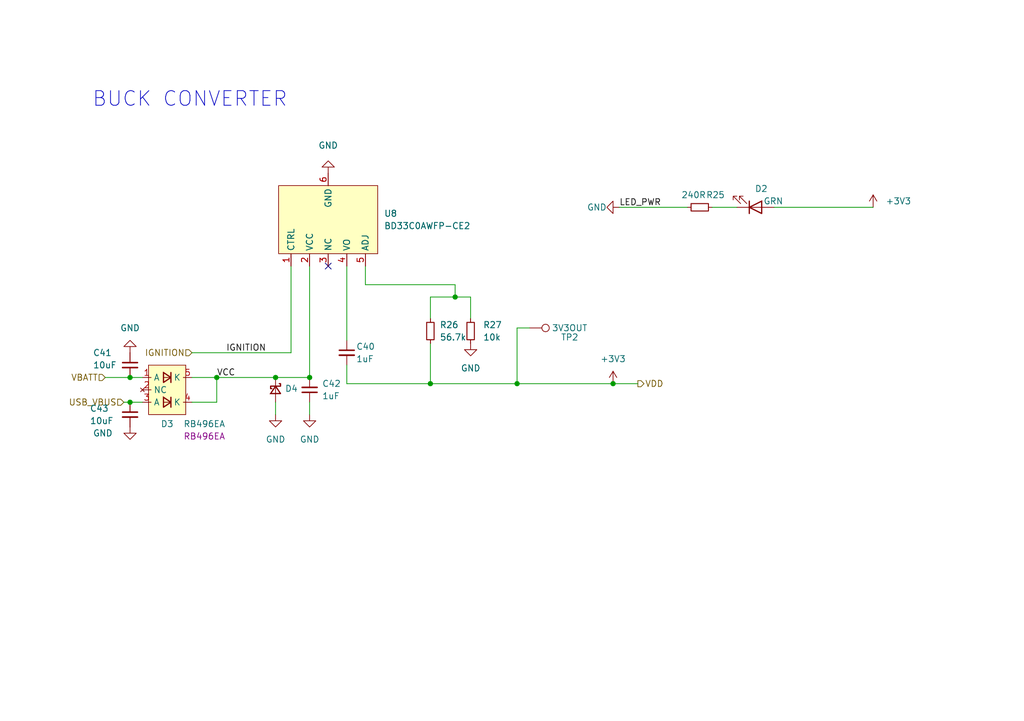
<source format=kicad_sch>
(kicad_sch (version 20211123) (generator eeschema)
  (paper "A5")
  (title_block (title "CAN RGB Controller") (date "2022-05-30") (rev "C") (company "cone.codes") (comment 1 "https://github.com/miata-bot/can-link"))
  (lib_symbols
    (symbol "ConeCodes:BD33C0AWFP-CE2"
      (property "Reference" "U" (at 12.7 8.89 0))
      (property "Value" "BD33C0AWFP-CE2" (at 12.7 11.43 0))
      (symbol "BD33C0AWFP-CE2_0_0"
        (pin input line (at -7.62 -7.62 90) (length 2.54) (name "CTRL") (number "1"))
        (pin power_in line (at -3.81 -7.62 90) (length 2.54) (name "VCC") (number "2"))
        (pin input line (at 0 -7.62 90) (length 2.54) (name "NC") (number "3"))
        (pin power_out line (at 3.81 -7.62 90) (length 2.54) (name "VO") (number "4"))
        (pin input line (at 7.62 -7.62 90) (length 2.54) (name "ADJ") (number "5"))
        (pin power_in line (at 0 11.43 270) (length 2.54) (name "GND") (number "6"))
      )
      (symbol "BD33C0AWFP-CE2_0_1"
        (rectangle (start -10.16 8.89) (end 10.16 -5.08) (fill (type background)))
      )
    )
    (symbol "ConeCodes:RB496EA"
      (property "Reference" "D" (at 3.81 -1.27 0))
      (property "Value" "RB496EA" (at -1.27 -1.27 0))
      (property "MPN" "RB496EA" (at -1.27 -1.27 0))
      (symbol "RB496EA_0_1"
        (rectangle (start -3.81 -2.54) (end 3.81 -12.7) (fill (type background)))
        (polyline (pts (xy 0.762 -10.16) (xy -0.762 -10.16)))
        (polyline (pts (xy 0.762 -9.144) (xy 0.762 -11.176)) (stroke (width 0.254)))
        (polyline (pts (xy 0.762 -5.08) (xy -0.762 -5.08)))
        (polyline (pts (xy 0.762 -4.064) (xy 0.762 -6.096)) (stroke (width 0.254)))
        (polyline (pts (xy -0.762 -9.144) (xy 0.762 -10.16) (xy -0.762 -11.176) (xy -0.762 -9.144)) (stroke (width 0.254)))
        (polyline (pts (xy -0.762 -4.064) (xy 0.762 -5.08) (xy -0.762 -6.096) (xy -0.762 -4.064)) (stroke (width 0.254)))
      )
      (symbol "RB496EA_1_1"
        (pin passive line (at -5.08 -5.08 0) (length 1.778) (name "A") (number "1"))
        (pin no_connect line (at -5.08 -7.62 0) (length 1.778) (name "NC") (number "2"))
        (pin passive line (at -5.08 -10.16 0) (length 1.778) (name "A") (number "3"))
        (pin passive line (at 5.08 -10.16 180) (length 1.778) (name "K") (number "4"))
        (pin passive line (at 5.08 -5.08 180) (length 1.778) (name "K") (number "5"))
      )
    )
    (symbol "Connector:TestPoint" (pin_numbers hide) (pin_names (offset 0.762) hide)
      (property "Reference" "TP" (at 0 6.858 0))
      (property "Value" "TestPoint" (at 0 5.08 0))
      (symbol "TestPoint_0_1"
        (circle (center 0 3.302) (radius 0.762))
      )
      (symbol "TestPoint_1_1"
        (pin passive line (at 0 0 90) (length 2.54) (name "1") (number "1"))
      )
    )
    (symbol "Device:C_Small" (pin_numbers hide) (pin_names (offset 0.254) hide)
      (property "Reference" "C" (at 0.254 1.778 0))
      (property "Value" "C_Small" (at 0.254 -2.032 0))
      (symbol "C_Small_0_1"
        (polyline (pts (xy -1.524 -0.508) (xy 1.524 -0.508)) (stroke (width 0.3302)))
        (polyline (pts (xy -1.524 0.508) (xy 1.524 0.508)) (stroke (width 0.3048)))
      )
      (symbol "C_Small_1_1"
        (pin passive line (at 0 2.54 270) (length 2.032) (name "~") (number "1"))
        (pin passive line (at 0 -2.54 90) (length 2.032) (name "~") (number "2"))
      )
    )
    (symbol "Device:D_Schottky_Small" (pin_numbers hide) (pin_names (offset 0.254) hide)
      (property "Reference" "D" (at -1.27 2.032 0))
      (property "Value" "D_Schottky_Small" (at -7.112 -2.032 0))
      (symbol "D_Schottky_Small_0_1"
        (polyline (pts (xy -0.762 0) (xy 0.762 0)))
        (polyline (pts (xy 0.762 -1.016) (xy -0.762 0) (xy 0.762 1.016) (xy 0.762 -1.016)) (stroke (width 0.254)))
        (polyline (pts (xy -1.27 0.762) (xy -1.27 1.016) (xy -0.762 1.016) (xy -0.762 -1.016) (xy -0.254 -1.016) (xy -0.254 -0.762)) (stroke (width 0.254)))
      )
      (symbol "D_Schottky_Small_1_1"
        (pin passive line (at -2.54 0 0) (length 1.778) (name "K") (number "1"))
        (pin passive line (at 2.54 0 180) (length 1.778) (name "A") (number "2"))
      )
    )
    (symbol "Device:LED" (pin_numbers hide) (pin_names (offset 1.016) hide)
      (property "Reference" "D" (at 0 2.54 0))
      (property "Value" "LED" (at 0 -2.54 0))
      (symbol "LED_0_1"
        (polyline (pts (xy -1.27 -1.27) (xy -1.27 1.27)) (stroke (width 0.254)))
        (polyline (pts (xy -1.27 0) (xy 1.27 0)))
        (polyline (pts (xy 1.27 -1.27) (xy 1.27 1.27) (xy -1.27 0) (xy 1.27 -1.27)) (stroke (width 0.254)))
        (polyline (pts (xy -3.048 -0.762) (xy -4.572 -2.286) (xy -3.81 -2.286) (xy -4.572 -2.286) (xy -4.572 -1.524)))
        (polyline (pts (xy -1.778 -0.762) (xy -3.302 -2.286) (xy -2.54 -2.286) (xy -3.302 -2.286) (xy -3.302 -1.524)))
      )
      (symbol "LED_1_1"
        (pin passive line (at -3.81 0 0) (length 2.54) (name "K") (number "1"))
        (pin passive line (at 3.81 0 180) (length 2.54) (name "A") (number "2"))
      )
    )
    (symbol "Device:R_Small" (pin_numbers hide) (pin_names (offset 0.254) hide)
      (property "Reference" "R" (at 0.762 0.508 0))
      (property "Value" "R_Small" (at 0.762 -1.016 0))
      (symbol "R_Small_0_1"
        (rectangle (start -0.762 1.778) (end 0.762 -1.778) (stroke (width 0.2032)))
      )
      (symbol "R_Small_1_1"
        (pin passive line (at 0 2.54 270) (length 0.762) (name "~") (number "1"))
        (pin passive line (at 0 -2.54 90) (length 0.762) (name "~") (number "2"))
      )
    )
    (symbol "power:+3V3" (power) (pin_names (offset 0))
      (property "Value" "+3V3" (at 0 3.556 0))
      (symbol "+3V3_0_1"
        (polyline (pts (xy -0.762 1.27) (xy 0 2.54)))
        (polyline (pts (xy 0 0) (xy 0 2.54)))
        (polyline (pts (xy 0 2.54) (xy 0.762 1.27)))
      )
      (symbol "+3V3_1_1"
        (pin power_in line (at 0 0 90) (length 0) hide (name "+3V3") (number "1"))
      )
    )
    (symbol "power:GND" (power) (pin_names (offset 0))
      (property "Value" "GND" (at 0 -3.81 0))
      (symbol "GND_0_1"
        (polyline (pts (xy 0 0) (xy 0 -1.27) (xy 1.27 -1.27) (xy 0 -2.54) (xy -1.27 -1.27) (xy 0 -1.27)))
      )
      (symbol "GND_1_1"
        (pin power_in line (at 0 0 270) (length 0) hide (name "GND") (number "1"))
      )
    )
  )
  (junction (at 106.045 78.74))
  (junction (at 125.73 78.74))
  (junction (at 44.45 77.47))
  (junction (at 93.345 60.96))
  (junction (at 63.5 77.47))
  (junction (at 56.515 77.47))
  (junction (at 88.265 78.74))
  (junction (at 26.67 77.47))
  (junction (at 26.67 82.55))
  (no_connect (at 67.31 54.61))
  (wire (pts (xy 93.345 58.42) (xy 74.93 58.42)))
  (wire (pts (xy 56.515 77.47) (xy 63.5 77.47)))
  (wire (pts (xy 146.05 42.545) (xy 151.13 42.545)))
  (wire (pts (xy 71.12 78.74) (xy 71.12 74.93)))
  (wire (pts (xy 21.59 77.47) (xy 26.67 77.47)))
  (wire (pts (xy 108.585 67.31) (xy 106.045 67.31)))
  (wire (pts (xy 88.265 60.96) (xy 93.345 60.96)))
  (wire (pts (xy 63.5 54.61) (xy 63.5 77.47)))
  (wire (pts (xy 96.52 60.96) (xy 96.52 65.405)))
  (wire (pts (xy 71.12 54.61) (xy 71.12 69.85)))
  (wire (pts (xy 127 42.545) (xy 140.97 42.545)))
  (wire (pts (xy 44.45 82.55) (xy 44.45 77.47)))
  (wire (pts (xy 71.12 78.74) (xy 88.265 78.74)))
  (wire (pts (xy 93.345 60.96) (xy 93.345 58.42)))
  (wire (pts (xy 39.37 77.47) (xy 44.45 77.47)))
  (wire (pts (xy 26.67 82.55) (xy 29.21 82.55)))
  (wire (pts (xy 106.045 67.31) (xy 106.045 78.74)))
  (wire (pts (xy 39.37 72.39) (xy 59.69 72.39)))
  (wire (pts (xy 44.45 77.47) (xy 56.515 77.47)))
  (wire (pts (xy 125.73 78.74) (xy 130.81 78.74)))
  (wire (pts (xy 25.4 82.55) (xy 26.67 82.55)))
  (wire (pts (xy 39.37 82.55) (xy 44.45 82.55)))
  (wire (pts (xy 93.345 60.96) (xy 96.52 60.96)))
  (wire (pts (xy 88.265 65.405) (xy 88.265 60.96)))
  (wire (pts (xy 59.69 54.61) (xy 59.69 72.39)))
  (wire (pts (xy 56.515 82.55) (xy 56.515 85.09)))
  (wire (pts (xy 74.93 54.61) (xy 74.93 58.42)))
  (wire (pts (xy 106.045 78.74) (xy 125.73 78.74)))
  (wire (pts (xy 63.5 85.09) (xy 63.5 82.55)))
  (wire (pts (xy 88.265 78.74) (xy 106.045 78.74)))
  (wire (pts (xy 26.67 77.47) (xy 29.21 77.47)))
  (wire (pts (xy 158.75 42.545) (xy 179.07 42.545)))
  (wire (pts (xy 88.265 70.485) (xy 88.265 78.74)))
  (text "BUCK CONVERTER" (at 59.055 22.225 180) (effects (font (size 3 3)) (justify right bottom)))
  (label "VCC" (at 44.45 77.47 0))
  (label "IGNITION" (at 46.355 72.39 0))
  (label "LED_PWR" (at 127 42.545 0))
  (hierarchical_label "IGNITION" (shape input) (at 39.37 72.39 180))
  (hierarchical_label "USB_VBUS" (shape input) (at 25.4 82.55 180))
  (hierarchical_label "VDD" (shape output) (at 130.81 78.74 0))
  (hierarchical_label "VBATT" (shape input) (at 21.59 77.47 180))
  (symbol (lib_id "power:GND") (at 96.52 70.485 0) (unit 1)
    (property "Reference" "#PWR060" (effects hide))
    (property "Value" "GND" (at 96.52 75.565 0))
  )
  (symbol (lib_id "power:GND") (at 26.67 87.63 0) (unit 1)
    (property "Reference" "#PWR065" (effects hide))
    (property "Value" "GND" (at 19.05 88.8999 0) (effects (justify left)))
  )
  (symbol (lib_id "power:GND") (at 26.67 72.39 180) (unit 1)
    (property "Reference" "#PWR061" (effects hide))
    (property "Value" "GND" (at 26.67 67.31 0))
  )
  (symbol (lib_id "power:+3V3") (at 125.73 78.74 0) (unit 1)
    (property "Reference" "#PWR062" (effects hide))
    (property "Value" "+3V3" (at 125.73 73.66 0))
  )
  (symbol (lib_id "power:GND") (at 127 42.545 270) (unit 1)
    (property "Reference" "#PWR058" (effects hide))
    (property "Value" "GND" (at 124.46 42.5449 90) (effects (justify right)))
  )
  (symbol (lib_id "Device:C_Small") (at 63.5 80.01 180) (unit 1)
    (property "Reference" "C42" (at 66.04 78.7335 0) (effects (justify right)))
    (property "Value" "1uF" (at 66.04 81.2735 0) (effects (justify right)))
    (property "Footprint" "Capacitor_SMD:C_0805_2012Metric" (effects hide))
  )
  (symbol (lib_id "power:GND") (at 56.515 85.09 0) (unit 1)
    (property "Reference" "#PWR063" (effects hide))
    (property "Value" "GND" (at 56.515 90.17 0))
  )
  (symbol (lib_id "Device:C_Small") (at 26.67 74.93 0) (unit 1)
    (property "Reference" "C41" (at 19.05 72.3962 0) (effects (justify left)))
    (property "Value" "10uF" (at 19.05 74.9362 0) (effects (justify left)))
    (property "Footprint" "Capacitor_SMD:C_0805_2012Metric" (effects hide))
    (property "Description" "CAP CER 10UF 10V 0805" (effects hide))
    (property "MPN" "GRT21BC81A106KE01L" (effects hide))
  )
  (symbol (lib_id "Connector:TestPoint") (at 108.585 67.31 270) (unit 1)
    (property "Reference" "TP2" (at 116.84 69.215 90))
    (property "Value" "3V3OUT" (at 116.84 67.31 90))
    (property "Footprint" "TestPoint:TestPoint_Pad_D1.0mm" (effects hide))
  )
  (symbol (lib_id "Device:R_Small") (at 88.265 67.945 0) (unit 1)
    (property "Reference" "R26" (at 90.17 66.6749 0) (effects (justify left)))
    (property "Value" "56.7k" (at 90.17 69.2149 0) (effects (justify left)))
    (property "Footprint" "Resistor_SMD:R_0805_2012Metric" (effects hide))
  )
  (symbol (lib_id "ConeCodes:BD33C0AWFP-CE2") (at 67.31 46.99 0) (unit 1)
    (property "Reference" "U8" (at 78.74 43.8149 0) (effects (justify left)))
    (property "Value" "BD33C0AWFP-CE2" (at 78.74 46.3549 0) (effects (justify left)))
    (property "Footprint" "Package_TO_SOT_SMD:TO-252-5_TabPin6" (effects hide))
  )
  (symbol (lib_id "ConeCodes:RB496EA") (at 34.29 72.39 0) (unit 1)
    (property "Reference" "D3" (at 34.29 86.995 0))
    (property "Value" "RB496EA" (at 41.91 86.995 0))
    (property "Footprint" "Package_TO_SOT_SMD:SOT-23-5" (effects hide))
    (property "MPN" "RB496EA" (at 41.91 89.535 0))
  )
  (symbol (lib_id "power:GND") (at 63.5 85.09 0) (unit 1)
    (property "Reference" "#PWR064" (effects hide))
    (property "Value" "GND" (at 63.5 90.17 0))
  )
  (symbol (lib_id "Device:C_Small") (at 71.12 72.39 0) (unit 1)
    (property "Reference" "C40" (at 73.025 71.1262 0) (effects (justify left)))
    (property "Value" "1uF" (at 73.025 73.6662 0) (effects (justify left)))
    (property "Footprint" "Capacitor_SMD:C_0805_2012Metric" (effects hide))
  )
  (symbol (lib_id "Device:LED") (at 154.94 42.545 0) (mirror x) (unit 1)
    (property "Reference" "D2" (at 157.48 38.735 0) (effects (justify right)))
    (property "Value" "GRN" (at 160.655 41.275 0) (effects (justify right)))
    (property "Footprint" "LED_SMD:LED_0603_1608Metric" (effects hide))
    (property "MPN" "QBLP601-2IR4" (effects hide))
    (property "Description" "LED GREEN CLEAR 0603 SMD" (effects hide))
  )
  (symbol (lib_id "Device:R_Small") (at 143.51 42.545 270) (unit 1)
    (property "Reference" "R25" (at 144.78 40.005 90) (effects (justify left)))
    (property "Value" "240R" (at 139.7 40.005 90) (effects (justify left)))
    (property "Footprint" "Resistor_SMD:R_0603_1608Metric" (effects hide))
    (property "MPN" "RMCF0402JT240R" (effects hide))
    (property "Description" "RES 240 OHM 5% 1/16W 0402" (effects hide))
  )
  (symbol (lib_id "Device:D_Schottky_Small") (at 56.515 80.01 270) (unit 1)
    (property "Reference" "D4" (at 58.42 79.7559 90) (effects (justify left)))
    (property "Value" "D_Schottky_Small" (effects hide))
    (property "Footprint" "Diode_SMD:D_SMA" (effects hide))
    (property "MPN" "BYS10-45HE3_A/H" (effects hide))
  )
  (symbol (lib_id "power:+3V3") (at 179.07 42.545 0) (unit 1)
    (property "Reference" "#PWR059" (effects hide))
    (property "Value" "+3V3" (at 181.61 41.2749 0) (effects (justify left)))
  )
  (symbol (lib_id "power:GND") (at 67.31 35.56 180) (unit 1)
    (property "Reference" "#PWR057" (effects hide))
    (property "Value" "GND" (at 67.31 29.845 0))
  )
  (symbol (lib_id "Device:C_Small") (at 26.67 85.09 0) (unit 1)
    (property "Reference" "C43" (at 18.415 83.8262 0) (effects (justify left)))
    (property "Value" "10uF" (at 18.415 86.3662 0) (effects (justify left)))
    (property "Footprint" "Capacitor_SMD:C_0805_2012Metric" (effects hide))
    (property "Description" "CAP CER 10UF 10V 0805" (effects hide))
    (property "MPN" "GRT21BC81A106KE01L" (effects hide))
  )
  (symbol (lib_id "Device:R_Small") (at 96.52 67.945 0) (unit 1)
    (property "Reference" "R27" (at 99.06 66.6749 0) (effects (justify left)))
    (property "Value" "10k" (at 99.06 69.2149 0) (effects (justify left)))
    (property "Footprint" "Resistor_SMD:R_0805_2012Metric" (effects hide))
  )
)
</source>
